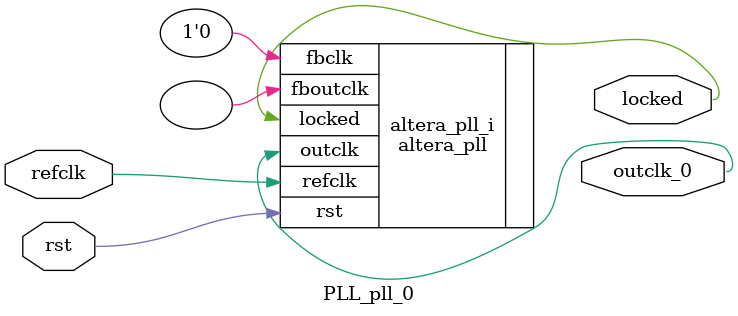
<source format=v>
`timescale 1ns/10ps
module  PLL_pll_0(

	// interface 'refclk'
	input wire refclk,

	// interface 'reset'
	input wire rst,

	// interface 'outclk0'
	output wire outclk_0,

	// interface 'locked'
	output wire locked
);

	altera_pll #(
		.fractional_vco_multiplier("false"),
		.reference_clock_frequency("50.0 MHz"),
		.operation_mode("direct"),
		.number_of_clocks(1),
		.output_clock_frequency0("108.000000 MHz"),
		.phase_shift0("0 ps"),
		.duty_cycle0(50),
		.output_clock_frequency1("0 MHz"),
		.phase_shift1("0 ps"),
		.duty_cycle1(50),
		.output_clock_frequency2("0 MHz"),
		.phase_shift2("0 ps"),
		.duty_cycle2(50),
		.output_clock_frequency3("0 MHz"),
		.phase_shift3("0 ps"),
		.duty_cycle3(50),
		.output_clock_frequency4("0 MHz"),
		.phase_shift4("0 ps"),
		.duty_cycle4(50),
		.output_clock_frequency5("0 MHz"),
		.phase_shift5("0 ps"),
		.duty_cycle5(50),
		.output_clock_frequency6("0 MHz"),
		.phase_shift6("0 ps"),
		.duty_cycle6(50),
		.output_clock_frequency7("0 MHz"),
		.phase_shift7("0 ps"),
		.duty_cycle7(50),
		.output_clock_frequency8("0 MHz"),
		.phase_shift8("0 ps"),
		.duty_cycle8(50),
		.output_clock_frequency9("0 MHz"),
		.phase_shift9("0 ps"),
		.duty_cycle9(50),
		.output_clock_frequency10("0 MHz"),
		.phase_shift10("0 ps"),
		.duty_cycle10(50),
		.output_clock_frequency11("0 MHz"),
		.phase_shift11("0 ps"),
		.duty_cycle11(50),
		.output_clock_frequency12("0 MHz"),
		.phase_shift12("0 ps"),
		.duty_cycle12(50),
		.output_clock_frequency13("0 MHz"),
		.phase_shift13("0 ps"),
		.duty_cycle13(50),
		.output_clock_frequency14("0 MHz"),
		.phase_shift14("0 ps"),
		.duty_cycle14(50),
		.output_clock_frequency15("0 MHz"),
		.phase_shift15("0 ps"),
		.duty_cycle15(50),
		.output_clock_frequency16("0 MHz"),
		.phase_shift16("0 ps"),
		.duty_cycle16(50),
		.output_clock_frequency17("0 MHz"),
		.phase_shift17("0 ps"),
		.duty_cycle17(50),
		.pll_type("General"),
		.pll_subtype("General")
	) altera_pll_i (
		.rst	(rst),
		.outclk	({outclk_0}),
		.locked	(locked),
		.fboutclk	( ),
		.fbclk	(1'b0),
		.refclk	(refclk)
	);
endmodule


</source>
